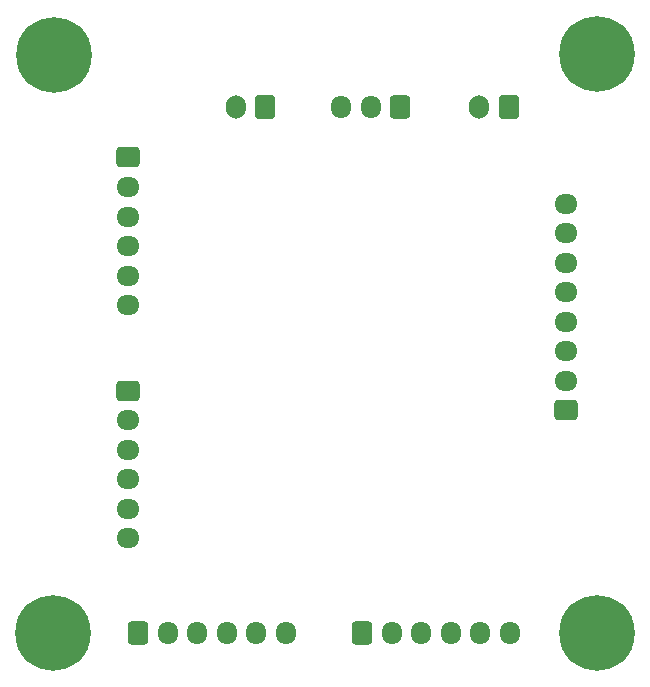
<source format=gbr>
%TF.GenerationSoftware,KiCad,Pcbnew,8.0.1*%
%TF.CreationDate,2024-10-23T08:32:38+02:00*%
%TF.ProjectId,StealthKitty.kicad_pro,53746561-6c74-4684-9b69-7474792e6b69,rev?*%
%TF.SameCoordinates,Original*%
%TF.FileFunction,Soldermask,Bot*%
%TF.FilePolarity,Negative*%
%FSLAX46Y46*%
G04 Gerber Fmt 4.6, Leading zero omitted, Abs format (unit mm)*
G04 Created by KiCad (PCBNEW 8.0.1) date 2024-10-23 08:32:38*
%MOMM*%
%LPD*%
G01*
G04 APERTURE LIST*
G04 Aperture macros list*
%AMRoundRect*
0 Rectangle with rounded corners*
0 $1 Rounding radius*
0 $2 $3 $4 $5 $6 $7 $8 $9 X,Y pos of 4 corners*
0 Add a 4 corners polygon primitive as box body*
4,1,4,$2,$3,$4,$5,$6,$7,$8,$9,$2,$3,0*
0 Add four circle primitives for the rounded corners*
1,1,$1+$1,$2,$3*
1,1,$1+$1,$4,$5*
1,1,$1+$1,$6,$7*
1,1,$1+$1,$8,$9*
0 Add four rect primitives between the rounded corners*
20,1,$1+$1,$2,$3,$4,$5,0*
20,1,$1+$1,$4,$5,$6,$7,0*
20,1,$1+$1,$6,$7,$8,$9,0*
20,1,$1+$1,$8,$9,$2,$3,0*%
G04 Aperture macros list end*
%ADD10RoundRect,0.250000X0.600000X0.725000X-0.600000X0.725000X-0.600000X-0.725000X0.600000X-0.725000X0*%
%ADD11O,1.700000X1.950000*%
%ADD12C,0.800000*%
%ADD13C,6.400000*%
%ADD14RoundRect,0.250000X0.600000X0.750000X-0.600000X0.750000X-0.600000X-0.750000X0.600000X-0.750000X0*%
%ADD15O,1.700000X2.000000*%
%ADD16RoundRect,0.250000X-0.600000X-0.725000X0.600000X-0.725000X0.600000X0.725000X-0.600000X0.725000X0*%
%ADD17RoundRect,0.250000X0.725000X-0.600000X0.725000X0.600000X-0.725000X0.600000X-0.725000X-0.600000X0*%
%ADD18O,1.950000X1.700000*%
%ADD19RoundRect,0.250000X-0.725000X0.600000X-0.725000X-0.600000X0.725000X-0.600000X0.725000X0.600000X0*%
G04 APERTURE END LIST*
D10*
%TO.C,SW501*%
X156000000Y-75000000D03*
D11*
X153500000Y-75000000D03*
X151000000Y-75000000D03*
%TD*%
D12*
%TO.C,H402*%
X170212500Y-70500000D03*
X170915444Y-68802944D03*
X170915444Y-72197056D03*
X172612500Y-68100000D03*
D13*
X172612500Y-70500000D03*
D12*
X172612500Y-72900000D03*
X174309556Y-68802944D03*
X174309556Y-72197056D03*
X175012500Y-70500000D03*
%TD*%
D14*
%TO.C,Alim_charger501*%
X165162500Y-75000000D03*
D15*
X162662500Y-75000000D03*
%TD*%
D16*
%TO.C,J301*%
X152750000Y-119550000D03*
D11*
X155250000Y-119550000D03*
X157750000Y-119550000D03*
X160250000Y-119550000D03*
X162750000Y-119550000D03*
X165250000Y-119550000D03*
%TD*%
D12*
%TO.C,H401*%
X124262500Y-70550000D03*
X124965444Y-68852944D03*
X124965444Y-72247056D03*
X126662500Y-68150000D03*
D13*
X126662500Y-70550000D03*
D12*
X126662500Y-72950000D03*
X128359556Y-68852944D03*
X128359556Y-72247056D03*
X129062500Y-70550000D03*
%TD*%
D17*
%TO.C,J303*%
X170050000Y-100650000D03*
D18*
X170050000Y-98150000D03*
X170050000Y-95650000D03*
X170050000Y-93150000D03*
X170050000Y-90650000D03*
X170050000Y-88150000D03*
X170050000Y-85650000D03*
X170050000Y-83150000D03*
%TD*%
D14*
%TO.C,BT501*%
X144550000Y-74950000D03*
D15*
X142050000Y-74950000D03*
%TD*%
D19*
%TO.C,J201*%
X132950000Y-79250000D03*
D18*
X132950000Y-81750000D03*
X132950000Y-84250000D03*
X132950000Y-86750000D03*
X132950000Y-89250000D03*
X132950000Y-91750000D03*
%TD*%
D12*
%TO.C,H404*%
X124212500Y-119500000D03*
X124915444Y-117802944D03*
X124915444Y-121197056D03*
X126612500Y-117100000D03*
D13*
X126612500Y-119500000D03*
D12*
X126612500Y-121900000D03*
X128309556Y-117802944D03*
X128309556Y-121197056D03*
X129012500Y-119500000D03*
%TD*%
D19*
%TO.C,J202*%
X132950000Y-99000000D03*
D18*
X132950000Y-101500000D03*
X132950000Y-104000000D03*
X132950000Y-106500000D03*
X132950000Y-109000000D03*
X132950000Y-111500000D03*
%TD*%
D16*
%TO.C,J302*%
X133800000Y-119525000D03*
D11*
X136300000Y-119525000D03*
X138800000Y-119525000D03*
X141300000Y-119525000D03*
X143800000Y-119525000D03*
X146300000Y-119525000D03*
%TD*%
D12*
%TO.C,H403*%
X175012500Y-119500000D03*
X174309556Y-117802944D03*
X174309556Y-121197056D03*
X172612500Y-117100000D03*
D13*
X172612500Y-119500000D03*
D12*
X172612500Y-121900000D03*
X170915444Y-117802944D03*
X170915444Y-121197056D03*
X170212500Y-119500000D03*
%TD*%
M02*

</source>
